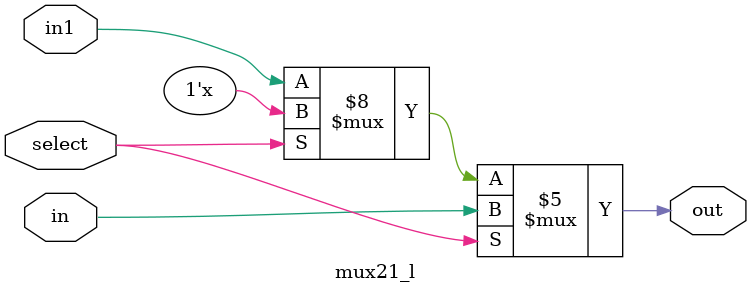
<source format=v>
module mux21_l(select,in,in1,out);
input  select;
input  in,in1;
output out;
reg  out;
wire  select;
always@(select or in or in1)
begin
if(select == 0)
out=in1;
if(select == 1)
out=in;
end
endmodule
</source>
